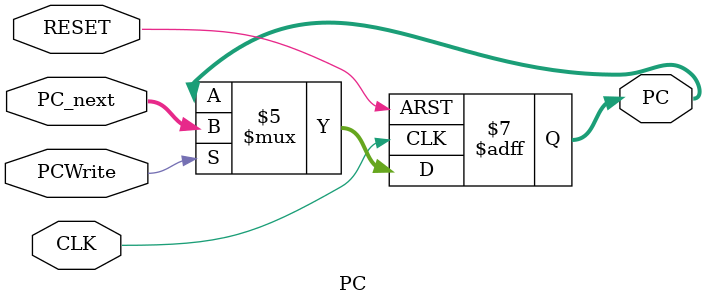
<source format=v>
module PC (
	input CLK, RESET, PCWrite,
	input [31:0] PC_next,
	output reg [31:0] PC
	);

always @(posedge RESET or posedge CLK)
begin
	if (RESET == 1'b1) begin
		PC <= 32'b0;
	end
	else
	begin 
		if (PCWrite == 1'b1)
		begin
			PC <= PC_next;
		end
		else
		begin
			PC <= PC;
		end
	end
end

endmodule

</source>
